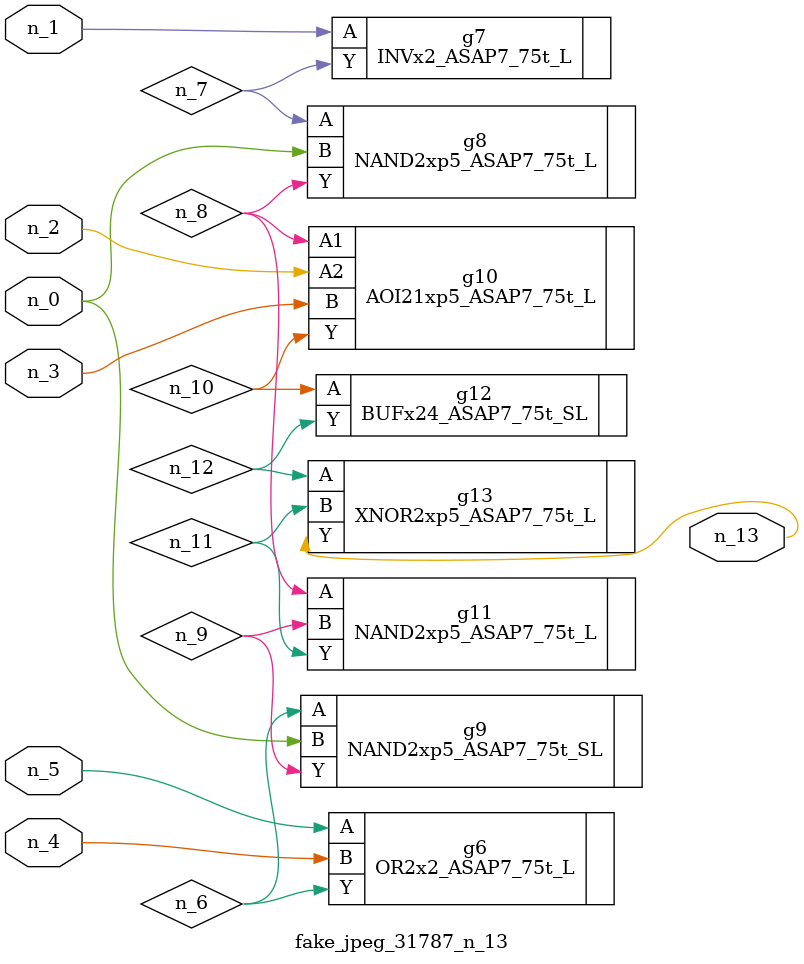
<source format=v>
module fake_jpeg_31787_n_13 (n_3, n_2, n_1, n_0, n_4, n_5, n_13);

input n_3;
input n_2;
input n_1;
input n_0;
input n_4;
input n_5;

output n_13;

wire n_11;
wire n_10;
wire n_12;
wire n_8;
wire n_9;
wire n_6;
wire n_7;

OR2x2_ASAP7_75t_L g6 ( 
.A(n_5),
.B(n_4),
.Y(n_6)
);

INVx2_ASAP7_75t_L g7 ( 
.A(n_1),
.Y(n_7)
);

NAND2xp5_ASAP7_75t_L g8 ( 
.A(n_7),
.B(n_0),
.Y(n_8)
);

NAND2xp5_ASAP7_75t_L g11 ( 
.A(n_8),
.B(n_9),
.Y(n_11)
);

NAND2xp5_ASAP7_75t_SL g9 ( 
.A(n_6),
.B(n_0),
.Y(n_9)
);

AOI21xp5_ASAP7_75t_L g10 ( 
.A1(n_8),
.A2(n_2),
.B(n_3),
.Y(n_10)
);

BUFx24_ASAP7_75t_SL g12 ( 
.A(n_10),
.Y(n_12)
);

XNOR2xp5_ASAP7_75t_L g13 ( 
.A(n_12),
.B(n_11),
.Y(n_13)
);


endmodule
</source>
